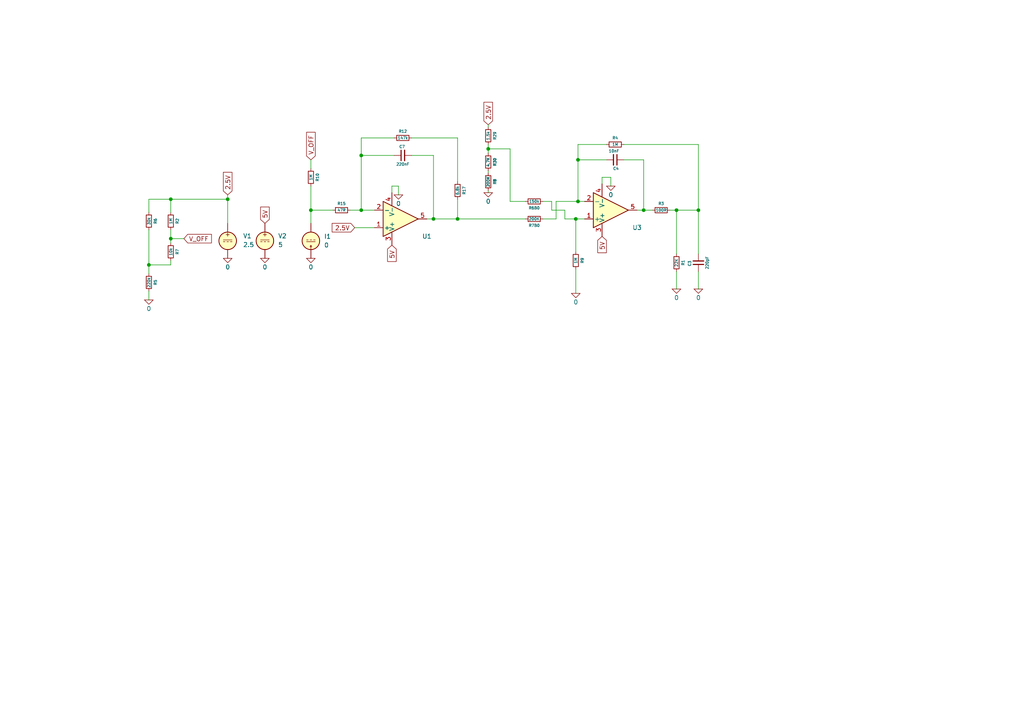
<source format=kicad_sch>
(kicad_sch (version 20250114) (generator "eeschema") (generator_version "9.0")
  (paper "A4")
  (title_block (title "OGS_Board") (date "2024-09-09") (rev "1") (company "Oizom Instruments Private Limited") (comment 1 "H2S / CO / SO2"))
  (lib_symbols
    (symbol "Device:C_Small" (pin_numbers (hide yes)) (pin_names (offset 0.254) (hide yes))
      (property "Reference" "C" (at 0.254 1.778 0))
      (property "Value" "C_Small" (at 0.254 -2.032 0))
      (symbol "C_Small_0_1"
        (polyline (pts (xy -1.524 0.508) (xy 1.524 0.508)) (stroke (width 0.3048)))
        (polyline (pts (xy -1.524 -0.508) (xy 1.524 -0.508)) (stroke (width 0.3302)))
      )
      (symbol "C_Small_1_1"
        (pin passive line (at 0 2.54 270) (length 2.032) (name "~") (number "1"))
        (pin passive line (at 0 -2.54 90) (length 2.032) (name "~") (number "2"))
      )
    )
    (symbol "Device:R_Small" (pin_numbers (hide yes)) (pin_names (offset 0.254) (hide yes))
      (property "Reference" "R" (at 0.762 0.508 0))
      (property "Value" "R_Small" (at 0.762 -1.016 0))
      (symbol "R_Small_0_1"
        (rectangle (start -0.762 1.778) (end 0.762 -1.778) (stroke (width 0.2032)))
      )
      (symbol "R_Small_1_1"
        (pin passive line (at 0 2.54 270) (length 0.762) (name "~") (number "1"))
        (pin passive line (at 0 -2.54 90) (length 0.762) (name "~") (number "2"))
      )
    )
    (symbol "Simulation_SPICE:0" (power) (pin_numbers (hide yes)) (pin_names (offset 0) (hide yes))
      (property "Value" "0" (at 0 -2.54 0))
      (symbol "0_0_1"
        (polyline (pts (xy -1.27 0) (xy 0 -1.27) (xy 1.27 0) (xy -1.27 0)))
      )
      (symbol "0_1_1"
        (pin power_in line (at 0 0 0) (length 0) (name "~") (number "1"))
      )
    )
    (symbol "Simulation_SPICE:IDC" (pin_numbers (hide yes)) (pin_names (offset 0.0254))
      (property "Reference" "I" (at 2.54 2.54 0))
      (property "Value" "1" (at 2.54 0 0))
      (symbol "IDC_0_0"
        (polyline (pts (xy -1.27 0.254) (xy 1.27 0.254)))
        (polyline (pts (xy -0.762 -0.254) (xy -1.27 -0.254)))
        (polyline (pts (xy 0.254 -0.254) (xy -0.254 -0.254)))
        (polyline (pts (xy 1.27 -0.254) (xy 0.762 -0.254)))
      )
      (symbol "IDC_0_1"
        (polyline (pts (xy -0.254 1.778) (xy 0 1.27) (xy 0.254 1.778)))
        (polyline (pts (xy 0 1.27) (xy 0 2.286)))
        (circle (center 0 0) (radius 2.54) (stroke (width 0.254)) (fill (type background)))
      )
      (symbol "IDC_1_1"
        (pin passive line (at 0 5.08 270) (length 2.54) (name "~") (number "1"))
        (pin passive line (at 0 -5.08 90) (length 2.54) (name "~") (number "2"))
      )
    )
    (symbol "Simulation_SPICE:OPAMP" (pin_names (offset 0.254))
      (property "Reference" "U" (at 3.81 3.175 0))
      (property "Value" "${SIM.PARAMS}" (at 3.81 -3.175 0))
      (symbol "OPAMP_0_1"
        (polyline (pts (xy 5.08 0) (xy -5.08 5.08) (xy -5.08 -5.08) (xy 5.08 0)) (stroke (width 0.254)) (fill (type background)))
      )
      (symbol "OPAMP_1_1"
        (pin input line (at -7.62 2.54 0) (length 2.54) (name "+") (number "1"))
        (pin input line (at -7.62 -2.54 0) (length 2.54) (name "-") (number "2"))
        (pin power_in line (at -2.54 7.62 270) (length 3.81) (name "V+") (number "3"))
        (pin power_in line (at -2.54 -7.62 90) (length 3.81) (name "V-") (number "4"))
        (pin output line (at 7.62 0 180) (length 2.54) (name "~") (number "5"))
      )
    )
    (symbol "Simulation_SPICE:VDC" (pin_numbers (hide yes)) (pin_names (offset 0.0254))
      (property "Reference" "V" (at 2.54 2.54 0))
      (property "Value" "1" (at 2.54 0 0))
      (symbol "VDC_0_0"
        (polyline (pts (xy -1.27 0.254) (xy 1.27 0.254)))
        (polyline (pts (xy -0.762 -0.254) (xy -1.27 -0.254)))
        (polyline (pts (xy 0.254 -0.254) (xy -0.254 -0.254)))
        (polyline (pts (xy 1.27 -0.254) (xy 0.762 -0.254)))
        (text "+" (at 0 1.905 0) (effects (font (size 1.27 1.27))))
      )
      (symbol "VDC_0_1"
        (circle (center 0 0) (radius 2.54) (stroke (width 0.254)) (fill (type background)))
      )
      (symbol "VDC_1_1"
        (pin passive line (at 0 5.08 270) (length 2.54) (name "~") (number "1"))
        (pin passive line (at 0 -5.08 90) (length 2.54) (name "~") (number "2"))
      )
    )
  )
  (junction (at 125.73 63.5))
  (junction (at 49.53 57.785))
  (junction (at 141.605 43.18))
  (junction (at 43.18 76.835))
  (junction (at 167.64 46.355))
  (junction (at 186.69 60.96))
  (junction (at 196.215 60.96))
  (junction (at 167.64 58.42))
  (junction (at 202.565 60.96))
  (junction (at 90.17 60.96))
  (junction (at 49.53 69.215))
  (junction (at 66.04 57.785))
  (junction (at 167.005 63.5))
  (junction (at 104.775 45.085))
  (junction (at 132.715 63.5))
  (junction (at 104.775 60.96))
  (wire (pts (xy 174.625 53.34) (xy 174.625 51.435)))
  (wire (pts (xy 132.715 40.005) (xy 119.38 40.005)))
  (wire (pts (xy 163.83 60.96) (xy 163.83 63.5)))
  (wire (pts (xy 141.605 43.18) (xy 141.605 44.45)))
  (wire (pts (xy 141.605 36.195) (xy 141.605 36.83)))
  (wire (pts (xy 202.565 78.74) (xy 202.565 83.82)))
  (wire (pts (xy 113.665 55.88) (xy 113.665 53.975)))
  (wire (pts (xy 132.715 52.705) (xy 132.715 40.005)))
  (wire (pts (xy 167.64 46.355) (xy 175.895 46.355)))
  (wire (pts (xy 49.53 66.675) (xy 49.53 69.215)))
  (wire (pts (xy 101.6 60.96) (xy 104.775 60.96)))
  (wire (pts (xy 43.18 76.835) (xy 43.18 79.375)))
  (wire (pts (xy 125.73 63.5) (xy 132.715 63.5)))
  (wire (pts (xy 202.565 41.91) (xy 202.565 60.96)))
  (wire (pts (xy 160.02 60.96) (xy 163.83 60.96)))
  (wire (pts (xy 43.18 57.785) (xy 49.53 57.785)))
  (wire (pts (xy 174.625 51.435) (xy 177.165 51.435)))
  (wire (pts (xy 49.53 75.565) (xy 49.53 76.835)))
  (wire (pts (xy 113.665 53.975) (xy 115.57 53.975)))
  (wire (pts (xy 147.955 58.42) (xy 147.955 43.18)))
  (wire (pts (xy 66.04 56.515) (xy 66.04 57.785)))
  (wire (pts (xy 43.18 84.455) (xy 43.18 86.995)))
  (wire (pts (xy 175.895 41.91) (xy 167.64 41.91)))
  (wire (pts (xy 177.165 51.435) (xy 177.165 53.975)))
  (wire (pts (xy 90.17 60.96) (xy 96.52 60.96)))
  (wire (pts (xy 161.29 58.42) (xy 167.64 58.42)))
  (wire (pts (xy 167.005 63.5) (xy 167.005 73.025)))
  (wire (pts (xy 167.005 63.5) (xy 169.545 63.5)))
  (wire (pts (xy 141.605 49.53) (xy 141.605 50.165)))
  (wire (pts (xy 115.57 53.975) (xy 115.57 56.515)))
  (wire (pts (xy 49.53 76.835) (xy 43.18 76.835)))
  (wire (pts (xy 49.53 57.785) (xy 49.53 61.595)))
  (wire (pts (xy 90.17 46.355) (xy 90.17 48.895)))
  (wire (pts (xy 49.53 69.215) (xy 49.53 70.485)))
  (wire (pts (xy 167.005 78.105) (xy 167.005 85.09)))
  (wire (pts (xy 66.04 57.785) (xy 66.04 64.77)))
  (wire (pts (xy 141.605 55.245) (xy 141.605 55.88)))
  (wire (pts (xy 180.975 46.355) (xy 186.69 46.355)))
  (wire (pts (xy 125.73 63.5) (xy 125.73 45.085)))
  (wire (pts (xy 141.605 43.18) (xy 147.955 43.18)))
  (wire (pts (xy 114.3 40.005) (xy 104.775 40.005)))
  (wire (pts (xy 196.215 60.96) (xy 196.215 73.66)))
  (wire (pts (xy 184.785 60.96) (xy 186.69 60.96)))
  (wire (pts (xy 132.715 63.5) (xy 152.4 63.5)))
  (wire (pts (xy 90.17 60.96) (xy 90.17 64.77)))
  (wire (pts (xy 104.775 45.085) (xy 114.3 45.085)))
  (wire (pts (xy 123.825 63.5) (xy 125.73 63.5)))
  (wire (pts (xy 90.17 53.975) (xy 90.17 60.96)))
  (wire (pts (xy 157.48 58.42) (xy 160.02 58.42)))
  (wire (pts (xy 49.53 57.785) (xy 66.04 57.785)))
  (wire (pts (xy 102.87 66.04) (xy 108.585 66.04)))
  (wire (pts (xy 49.53 69.215) (xy 53.34 69.215)))
  (wire (pts (xy 157.48 63.5) (xy 161.29 63.5)))
  (wire (pts (xy 104.775 45.085) (xy 104.775 60.96)))
  (wire (pts (xy 202.565 60.96) (xy 196.215 60.96)))
  (wire (pts (xy 196.215 78.74) (xy 196.215 83.82)))
  (wire (pts (xy 125.73 45.085) (xy 119.38 45.085)))
  (wire (pts (xy 160.02 58.42) (xy 160.02 60.96)))
  (wire (pts (xy 167.64 58.42) (xy 169.545 58.42)))
  (wire (pts (xy 167.64 41.91) (xy 167.64 46.355)))
  (wire (pts (xy 43.18 61.595) (xy 43.18 57.785)))
  (wire (pts (xy 104.775 60.96) (xy 108.585 60.96)))
  (wire (pts (xy 163.83 63.5) (xy 167.005 63.5)))
  (wire (pts (xy 186.69 60.96) (xy 189.23 60.96)))
  (wire (pts (xy 180.975 41.91) (xy 202.565 41.91)))
  (wire (pts (xy 202.565 60.96) (xy 202.565 73.66)))
  (wire (pts (xy 167.64 46.355) (xy 167.64 58.42)))
  (wire (pts (xy 43.18 66.675) (xy 43.18 76.835)))
  (wire (pts (xy 186.69 46.355) (xy 186.69 60.96)))
  (wire (pts (xy 104.775 40.005) (xy 104.775 45.085)))
  (wire (pts (xy 152.4 58.42) (xy 147.955 58.42)))
  (wire (pts (xy 196.215 60.96) (xy 194.31 60.96)))
  (wire (pts (xy 132.715 57.785) (xy 132.715 63.5)))
  (wire (pts (xy 141.605 41.91) (xy 141.605 43.18)))
  (wire (pts (xy 161.29 63.5) (xy 161.29 58.42)))
  (global_label "V_OFF" (shape input) (at 90.17 46.355 90) (property "Intersheetrefs" "${INTERSHEET_REFS}" (effects (hide yes))))
  (global_label "2.5V" (shape input) (at 102.87 66.04 180) (property "Intersheetrefs" "${INTERSHEET_REFS}" (effects (hide yes))))
  (global_label "2.5V" (shape input) (at 141.605 36.195 90) (property "Intersheetrefs" "${INTERSHEET_REFS}" (effects (hide yes))))
  (global_label "5V" (shape input) (at 76.835 64.77 90) (property "Intersheetrefs" "${INTERSHEET_REFS}" (effects (hide yes))))
  (global_label "5V" (shape input) (at 174.625 68.58 270) (property "Intersheetrefs" "${INTERSHEET_REFS}" (effects (hide yes))))
  (global_label "2.5V" (shape input) (at 66.04 56.515 90) (property "Intersheetrefs" "${INTERSHEET_REFS}" (effects (hide yes))))
  (global_label "V_OFF" (shape input) (at 53.34 69.215 0) (property "Intersheetrefs" "${INTERSHEET_REFS}" (effects (hide yes))))
  (global_label "5V" (shape input) (at 113.665 71.12 270) (property "Intersheetrefs" "${INTERSHEET_REFS}" (effects (hide yes))))
  (symbol (lib_id "Device:R_Small") (at 154.94 58.42 270) (unit 1)
    (property "Reference" "R6B0" (at 154.94 60.325 90) (effects (font (size 0.8 0.8))))
    (property "Value" "150k" (at 154.94 58.42 90) (effects (font (size 0.8 0.8))))
    (property "Footprint" "Resistor_SMD:R_0603_1608Metric" (effects (hide yes)))
  )
  (symbol (lib_id "Simulation_SPICE:OPAMP") (at 177.165 60.96 0) (mirror x) (unit 1)
    (property "Reference" "U3" (at 184.785 66.0086 0))
    (property "Value" "${SIM.PARAMS}" (at 184.785 64.1035 0))
    (property "Datasheet" "https://ngspice.sourceforge.io/docs/ngspice-html-manual/manual.xhtml#sec__SUBCKT_Subcircuits" (effects (hide yes)))
    (property "Description" "Operational amplifier, single, node sequence=1:+ 2:- 3:OUT 4:V+ 5:V-" (effects (hide yes)))
    (property "Sim.Pins" "1=in+ 2=in- 3=vcc 4=vee 5=out" (effects (hide yes)))
    (property "Sim.Device" "SUBCKT" (effects (hide yes)))
    (property "Sim.Library" "${KICAD8_SYMBOL_DIR}/Simulation_SPICE.sp" (effects (hide yes)))
    (property "Sim.Name" "kicad_builtin_opamp" (effects (hide yes)))
  )
  (symbol (lib_id "Device:R_Small") (at 196.215 76.2 0) (unit 1)
    (property "Reference" "R1" (at 198.12 76.2 90) (effects (font (size 0.8 0.8))))
    (property "Value" "22K" (at 196.215 76.2 90) (effects (font (size 0.8 0.8))))
    (property "Footprint" "Resistor_SMD:R_0603_1608Metric" (effects (hide yes)))
  )
  (symbol (lib_id "Device:R_Small") (at 141.605 39.37 0) (unit 1)
    (property "Reference" "R29" (at 143.51 39.37 90) (effects (font (size 0.8 0.8))))
    (property "Value" "1.5k" (at 141.605 39.37 90) (effects (font (size 0.8 0.8))))
    (property "Footprint" "Resistor_SMD:R_0603_1608Metric" (effects (hide yes)))
  )
  (symbol (lib_id "Simulation_SPICE:0") (at 167.005 85.09 0) (unit 1)
    (property "Reference" "#GND02" (effects (hide yes)))
    (property "Value" "0" (at 167.005 87.63 0))
    (property "Datasheet" "https://ngspice.sourceforge.io/docs/ngspice-html-manual/manual.xhtml#subsec_Circuit_elements__device" (effects (hide yes)))
    (property "Description" "0V reference potential for simulation" (effects (hide yes)))
  )
  (symbol (lib_id "Device:R_Small") (at 141.605 46.99 0) (unit 1)
    (property "Reference" "R30" (at 143.51 46.99 90) (effects (font (size 0.8 0.8))))
    (property "Value" "4.7K" (at 141.605 46.99 90) (effects (font (size 0.8 0.8))))
    (property "Footprint" "Resistor_SMD:R_0603_1608Metric" (effects (hide yes)))
  )
  (symbol (lib_id "Device:C_Small") (at 202.565 76.2 180) (unit 1)
    (property "Reference" "C3" (at 200.025 75.565 90) (effects (font (size 0.8 0.8)) (justify left)))
    (property "Value" "220pF" (at 205.105 74.295 90) (effects (font (size 0.8 0.8)) (justify left)))
    (property "Footprint" "Capacitor_SMD:C_0603_1608Metric" (effects (hide yes)))
  )
  (symbol (lib_id "Simulation_SPICE:0") (at 196.215 83.82 0) (unit 1)
    (property "Reference" "#GND05" (effects (hide yes)))
    (property "Value" "0" (at 196.215 86.36 0))
    (property "Datasheet" "https://ngspice.sourceforge.io/docs/ngspice-html-manual/manual.xhtml#subsec_Circuit_elements__device" (effects (hide yes)))
    (property "Description" "0V reference potential for simulation" (effects (hide yes)))
  )
  (symbol (lib_id "Simulation_SPICE:0") (at 66.04 74.93 0) (unit 1)
    (property "Reference" "#GND07" (effects (hide yes)))
    (property "Value" "0" (at 66.04 77.47 0))
    (property "Datasheet" "https://ngspice.sourceforge.io/docs/ngspice-html-manual/manual.xhtml#subsec_Circuit_elements__device" (effects (hide yes)))
    (property "Description" "0V reference potential for simulation" (effects (hide yes)))
  )
  (symbol (lib_id "Device:R_Small") (at 90.17 51.435 0) (unit 1)
    (property "Reference" "R10" (at 92.075 51.435 90) (effects (font (size 0.8 0.8))))
    (property "Value" "1M" (at 90.17 51.435 90) (effects (font (size 0.8 0.8))))
    (property "Footprint" "Resistor_SMD:R_0603_1608Metric" (effects (hide yes)))
  )
  (symbol (lib_id "Device:R_Small") (at 99.06 60.96 90) (unit 1)
    (property "Reference" "R15" (at 99.06 59.055 90) (effects (font (size 0.8 0.8))))
    (property "Value" "47R" (at 99.06 60.96 90) (effects (font (size 0.8 0.8))))
    (property "Footprint" "Resistor_SMD:R_0603_1608Metric" (effects (hide yes)))
  )
  (symbol (lib_id "Simulation_SPICE:0") (at 141.605 55.88 0) (unit 1)
    (property "Reference" "#GND01" (effects (hide yes)))
    (property "Value" "0" (at 141.605 58.42 0))
    (property "Datasheet" "https://ngspice.sourceforge.io/docs/ngspice-html-manual/manual.xhtml#subsec_Circuit_elements__device" (effects (hide yes)))
    (property "Description" "0V reference potential for simulation" (effects (hide yes)))
  )
  (symbol (lib_id "Device:C_Small") (at 178.435 46.355 270) (unit 1)
    (property "Reference" "C4" (at 177.8 48.895 90) (effects (font (size 0.8 0.8)) (justify left)))
    (property "Value" "10nF" (at 176.53 43.815 90) (effects (font (size 0.8 0.8)) (justify left)))
    (property "Footprint" "Capacitor_SMD:C_0603_1608Metric" (effects (hide yes)))
  )
  (symbol (lib_id "Simulation_SPICE:VDC") (at 76.835 69.85 0) (unit 1)
    (property "Reference" "V2" (at 80.645 68.4501 0) (effects (justify left)))
    (property "Value" "5" (at 80.645 70.9901 0) (effects (justify left)))
    (property "Datasheet" "https://ngspice.sourceforge.io/docs/ngspice-html-manual/manual.xhtml#sec_Independent_Sources_for" (effects (hide yes)))
    (property "Description" "Voltage source, DC" (effects (hide yes)))
    (property "Sim.Pins" "1=+ 2=-" (effects (hide yes)))
    (property "Sim.Type" "DC" (effects (hide yes)))
    (property "Sim.Device" "V" (effects (hide yes)))
  )
  (symbol (lib_id "Device:R_Small") (at 154.94 63.5 270) (unit 1)
    (property "Reference" "R7B0" (at 154.94 65.405 90) (effects (font (size 0.8 0.8))))
    (property "Value" "200K" (at 154.94 63.5 90) (effects (font (size 0.8 0.8))))
    (property "Footprint" "Resistor_SMD:R_0603_1608Metric" (effects (hide yes)))
  )
  (symbol (lib_id "Simulation_SPICE:0") (at 43.18 86.995 0) (unit 1)
    (property "Reference" "#GND010" (effects (hide yes)))
    (property "Value" "0" (at 43.18 89.535 0))
    (property "Datasheet" "https://ngspice.sourceforge.io/docs/ngspice-html-manual/manual.xhtml#subsec_Circuit_elements__device" (effects (hide yes)))
    (property "Description" "0V reference potential for simulation" (effects (hide yes)))
  )
  (symbol (lib_id "Simulation_SPICE:IDC") (at 90.17 69.85 180) (unit 1)
    (property "Reference" "I1" (at 93.98 68.5799 0) (effects (justify right)))
    (property "Value" "0" (at 93.98 71.1199 0) (effects (justify right)))
    (property "Datasheet" "https://ngspice.sourceforge.io/docs/ngspice-html-manual/manual.xhtml#sec_Independent_Sources_for" (effects (hide yes)))
    (property "Description" "Current source, DC" (effects (hide yes)))
    (property "Sim.Pins" "1=+ 2=-" (effects (hide yes)))
    (property "Sim.Type" "DC" (effects (hide yes)))
    (property "Sim.Device" "I" (effects (hide yes)))
  )
  (symbol (lib_id "Simulation_SPICE:VDC") (at 66.04 69.85 0) (unit 1)
    (property "Reference" "V1" (at 70.485 68.4501 0) (effects (justify left)))
    (property "Value" "2.5" (at 70.485 70.9901 0) (effects (justify left)))
    (property "Datasheet" "https://ngspice.sourceforge.io/docs/ngspice-html-manual/manual.xhtml#sec_Independent_Sources_for" (effects (hide yes)))
    (property "Description" "Voltage source, DC" (effects (hide yes)))
    (property "Sim.Pins" "1=+ 2=-" (effects (hide yes)))
    (property "Sim.Type" "DC" (effects (hide yes)))
    (property "Sim.Device" "V" (effects (hide yes)))
  )
  (symbol (lib_id "Simulation_SPICE:0") (at 76.835 74.93 0) (unit 1)
    (property "Reference" "#GND08" (effects (hide yes)))
    (property "Value" "0" (at 76.835 77.47 0))
    (property "Datasheet" "https://ngspice.sourceforge.io/docs/ngspice-html-manual/manual.xhtml#subsec_Circuit_elements__device" (effects (hide yes)))
    (property "Description" "0V reference potential for simulation" (effects (hide yes)))
  )
  (symbol (lib_id "Device:C_Small") (at 116.84 45.085 90) (unit 1)
    (property "Reference" "C7" (at 117.475 42.545 90) (effects (font (size 0.8 0.8)) (justify left)))
    (property "Value" "220nF" (at 118.745 47.625 90) (effects (font (size 0.8 0.8)) (justify left)))
    (property "Footprint" "Capacitor_SMD:C_0603_1608Metric" (effects (hide yes)))
  )
  (symbol (lib_id "Device:R_Small") (at 132.715 55.245 180) (unit 1)
    (property "Reference" "R17" (at 134.62 55.245 90) (effects (font (size 0.8 0.8))))
    (property "Value" "6.8k" (at 132.715 55.245 90) (effects (font (size 0.8 0.8))))
    (property "Footprint" "Resistor_SMD:R_0603_1608Metric" (effects (hide yes)))
  )
  (symbol (lib_id "Simulation_SPICE:0") (at 202.565 83.82 0) (unit 1)
    (property "Reference" "#GND06" (effects (hide yes)))
    (property "Value" "0" (at 202.565 86.36 0))
    (property "Datasheet" "https://ngspice.sourceforge.io/docs/ngspice-html-manual/manual.xhtml#subsec_Circuit_elements__device" (effects (hide yes)))
    (property "Description" "0V reference potential for simulation" (effects (hide yes)))
  )
  (symbol (lib_id "Device:R_Small") (at 191.77 60.96 90) (unit 1)
    (property "Reference" "R3" (at 191.77 59.055 90) (effects (font (size 0.8 0.8))))
    (property "Value" "100R" (at 191.77 60.96 90) (effects (font (size 0.8 0.8))))
    (property "Footprint" "Resistor_SMD:R_0603_1608Metric" (effects (hide yes)))
  )
  (symbol (lib_id "Device:R_Small") (at 141.605 52.705 0) (unit 1)
    (property "Reference" "R8" (at 143.51 52.705 90) (effects (font (size 0.8 0.8))))
    (property "Value" "200K" (at 141.605 52.705 90) (effects (font (size 0.8 0.8))))
    (property "Footprint" "Resistor_SMD:R_0603_1608Metric" (effects (hide yes)))
  )
  (symbol (lib_id "Device:R_Small") (at 43.18 64.135 0) (unit 1)
    (property "Reference" "R6" (at 45.085 64.135 90) (effects (font (size 0.8 0.8))))
    (property "Value" "30k" (at 43.18 64.135 90) (effects (font (size 0.8 0.8))))
    (property "Footprint" "Resistor_SMD:R_0603_1608Metric" (effects (hide yes)))
  )
  (symbol (lib_id "Device:R_Small") (at 49.53 64.135 0) (unit 1)
    (property "Reference" "R2" (at 51.435 64.135 90) (effects (font (size 0.8 0.8))))
    (property "Value" "1M" (at 49.53 64.135 90) (effects (font (size 0.8 0.8))))
    (property "Footprint" "Resistor_SMD:R_0603_1608Metric" (effects (hide yes)))
  )
  (symbol (lib_id "Simulation_SPICE:0") (at 115.57 56.515 0) (unit 1)
    (property "Reference" "#GND04" (effects (hide yes)))
    (property "Value" "0" (at 115.57 59.055 0))
    (property "Datasheet" "https://ngspice.sourceforge.io/docs/ngspice-html-manual/manual.xhtml#subsec_Circuit_elements__device" (effects (hide yes)))
    (property "Description" "0V reference potential for simulation" (effects (hide yes)))
  )
  (symbol (lib_id "Simulation_SPICE:0") (at 177.165 53.975 0) (unit 1)
    (property "Reference" "#GND03" (effects (hide yes)))
    (property "Value" "0" (at 177.165 56.515 0))
    (property "Datasheet" "https://ngspice.sourceforge.io/docs/ngspice-html-manual/manual.xhtml#subsec_Circuit_elements__device" (effects (hide yes)))
    (property "Description" "0V reference potential for simulation" (effects (hide yes)))
  )
  (symbol (lib_id "Device:R_Small") (at 43.18 81.915 0) (unit 1)
    (property "Reference" "R5" (at 45.085 81.915 90) (effects (font (size 0.8 0.8))))
    (property "Value" "220k" (at 43.18 81.915 90) (effects (font (size 0.8 0.8))))
    (property "Footprint" "Resistor_SMD:R_0603_1608Metric" (effects (hide yes)))
  )
  (symbol (lib_id "Device:R_Small") (at 167.005 75.565 0) (unit 1)
    (property "Reference" "R9" (at 168.91 75.565 90) (effects (font (size 0.8 0.8))))
    (property "Value" "1M" (at 167.005 75.565 90) (effects (font (size 0.8 0.8))))
    (property "Footprint" "Resistor_SMD:R_0603_1608Metric" (effects (hide yes)))
  )
  (symbol (lib_id "Simulation_SPICE:OPAMP") (at 116.205 63.5 0) (mirror x) (unit 1)
    (property "Reference" "U1" (at 123.825 68.5486 0))
    (property "Value" "${SIM.PARAMS}" (at 123.825 66.6435 0))
    (property "Datasheet" "https://ngspice.sourceforge.io/docs/ngspice-html-manual/manual.xhtml#sec__SUBCKT_Subcircuits" (effects (hide yes)))
    (property "Description" "Operational amplifier, single, node sequence=1:+ 2:- 3:OUT 4:V+ 5:V-" (effects (hide yes)))
    (property "Sim.Pins" "1=in+ 2=in- 3=vcc 4=vee 5=out" (effects (hide yes)))
    (property "Sim.Device" "SUBCKT" (effects (hide yes)))
    (property "Sim.Library" "${KICAD8_SYMBOL_DIR}/Simulation_SPICE.sp" (effects (hide yes)))
    (property "Sim.Name" "kicad_builtin_opamp" (effects (hide yes)))
  )
  (symbol (lib_id "Device:R_Small") (at 178.435 41.91 90) (unit 1)
    (property "Reference" "R4" (at 178.435 40.005 90) (effects (font (size 0.8 0.8))))
    (property "Value" "1M" (at 178.435 41.91 90) (effects (font (size 0.8 0.8))))
    (property "Footprint" "Resistor_SMD:R_0603_1608Metric" (effects (hide yes)))
  )
  (symbol (lib_id "Simulation_SPICE:0") (at 90.17 74.93 0) (unit 1)
    (property "Reference" "#GND09" (effects (hide yes)))
    (property "Value" "0" (at 90.17 77.47 0))
    (property "Datasheet" "https://ngspice.sourceforge.io/docs/ngspice-html-manual/manual.xhtml#subsec_Circuit_elements__device" (effects (hide yes)))
    (property "Description" "0V reference potential for simulation" (effects (hide yes)))
  )
  (symbol (lib_id "Device:R_Small") (at 49.53 73.025 0) (unit 1)
    (property "Reference" "R7" (at 51.435 73.025 90) (effects (font (size 0.8 0.8))))
    (property "Value" "10k" (at 49.53 73.025 90) (effects (font (size 0.8 0.8))))
    (property "Footprint" "Resistor_SMD:R_0603_1608Metric" (effects (hide yes)))
  )
  (symbol (lib_id "Device:R_Small") (at 116.84 40.005 90) (unit 1)
    (property "Reference" "R12" (at 116.84 38.1 90) (effects (font (size 0.8 0.8))))
    (property "Value" "147k" (at 116.84 40.005 90) (effects (font (size 0.8 0.8))))
    (property "Footprint" "Resistor_SMD:R_0603_1608Metric" (effects (hide yes)))
  )
)
</source>
